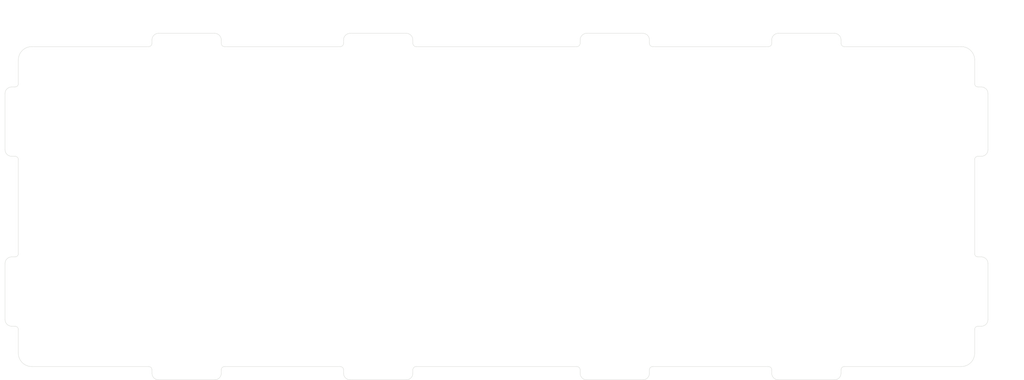
<source format=kicad_pcb>
(kicad_pcb (version 20211014) (generator pcbnew)

  (general
    (thickness 1.6)
  )

  (paper "A3")
  (layers
    (0 "F.Cu" signal)
    (31 "B.Cu" signal)
    (32 "B.Adhes" user "B.Adhesive")
    (33 "F.Adhes" user "F.Adhesive")
    (34 "B.Paste" user)
    (35 "F.Paste" user)
    (36 "B.SilkS" user "B.Silkscreen")
    (37 "F.SilkS" user "F.Silkscreen")
    (38 "B.Mask" user)
    (39 "F.Mask" user)
    (40 "Dwgs.User" user "User.Drawings")
    (41 "Cmts.User" user "User.Comments")
    (42 "Eco1.User" user "User.Eco1")
    (43 "Eco2.User" user "User.Eco2")
    (44 "Edge.Cuts" user)
    (45 "Margin" user)
    (46 "B.CrtYd" user "B.Courtyard")
    (47 "F.CrtYd" user "F.Courtyard")
    (48 "B.Fab" user)
    (49 "F.Fab" user)
    (50 "User.1" user)
    (51 "User.2" user)
    (52 "User.3" user)
    (53 "User.4" user)
    (54 "User.5" user)
    (55 "User.6" user)
    (56 "User.7" user)
    (57 "User.8" user)
    (58 "User.9" user)
  )

  (setup
    (pad_to_mask_clearance 0)
    (grid_origin 70 90)
    (pcbplotparams
      (layerselection 0x00010fc_ffffffff)
      (disableapertmacros false)
      (usegerberextensions false)
      (usegerberattributes true)
      (usegerberadvancedattributes true)
      (creategerberjobfile true)
      (svguseinch false)
      (svgprecision 6)
      (excludeedgelayer true)
      (plotframeref false)
      (viasonmask false)
      (mode 1)
      (useauxorigin false)
      (hpglpennumber 1)
      (hpglpenspeed 20)
      (hpglpendiameter 15.000000)
      (dxfpolygonmode true)
      (dxfimperialunits true)
      (dxfusepcbnewfont true)
      (psnegative false)
      (psa4output false)
      (plotreference true)
      (plotvalue true)
      (plotinvisibletext false)
      (sketchpadsonfab false)
      (subtractmaskfromsilk false)
      (outputformat 1)
      (mirror false)
      (drillshape 1)
      (scaleselection 1)
      (outputdirectory "")
    )
  )

  (net 0 "")

  (gr_arc (start 188.4 187) (mid 188.692893 186.292893) (end 189.4 186) (layer "Edge.Cuts") (width 0.1) (tstamp 02069979-f9bd-41f6-9169-57f3c0f5fb04))
  (gr_line (start 110.100001 89) (end 110.100001 88) (layer "Edge.Cuts") (width 0.1) (tstamp 02be2094-fd60-4d2f-9ad9-43f982c1e650))
  (gr_arc (start 189.4 90) (mid 188.692893 89.707107) (end 188.4 89) (layer "Edge.Cuts") (width 0.1) (tstamp 07370b27-158a-4455-a1fb-45de038393a4))
  (gr_line (start 238.6 89) (end 238.6 88) (layer "Edge.Cuts") (width 0.1) (tstamp 0a0f6362-30e6-4db2-9526-2085fb95549a))
  (gr_line (start 240.6 86) (end 257.400001 85.999999) (layer "Edge.Cuts") (width 0.1) (tstamp 0b33913f-a269-4423-a72a-0abda16c39c2))
  (gr_line (start 130.9 187) (end 130.9 188) (layer "Edge.Cuts") (width 0.1) (tstamp 0d2827ea-0742-4e88-a927-edb6d721c758))
  (gr_line (start 257.4 190) (end 240.6 190) (layer "Edge.Cuts") (width 0.1) (tstamp 134b5986-ced0-46b1-9aeb-7b0a88d736e9))
  (gr_arc (start 238.6 89) (mid 238.307107 89.707107) (end 237.6 90) (layer "Edge.Cuts") (width 0.1) (tstamp 17dc76c7-895d-4e9e-9fac-5e93c95b35e7))
  (gr_arc (start 66 155.1) (mid 66.585786 153.685786) (end 68 153.1) (layer "Edge.Cuts") (width 0.1) (tstamp 183e5084-c610-4409-92da-44674da51391))
  (gr_arc (start 109.1 186) (mid 109.807107 186.292893) (end 110.1 187) (layer "Edge.Cuts") (width 0.1) (tstamp 1c0555d5-32e2-447f-be14-773a8e931a01))
  (gr_arc (start 110.100001 89) (mid 109.807108 89.707107) (end 109.100001 90) (layer "Edge.Cuts") (width 0.1) (tstamp 1de199df-3064-4e39-b18b-2aa0a1c37e41))
  (gr_arc (start 259.4 188) (mid 258.814214 189.414214) (end 257.4 190) (layer "Edge.Cuts") (width 0.1) (tstamp 1e64a5b1-229a-4e5c-8076-f4e8ff6256d4))
  (gr_arc (start 68 173.9) (mid 66.585786 173.314214) (end 66 171.9) (layer "Edge.Cuts") (width 0.1) (tstamp 2079b6f5-c429-46ef-9aff-ea5a1cb1608f))
  (gr_line (start 130.900001 87.999999) (end 130.900001 88.999999) (layer "Edge.Cuts") (width 0.1) (tstamp 233310b4-2758-4797-8026-b8e5fc52d590))
  (gr_line (start 361 155.1) (end 361 171.9) (layer "Edge.Cuts") (width 0.1) (tstamp 2374870c-11fc-463e-88c6-ac441ae01a16))
  (gr_arc (start 296.1 88) (mid 296.685786 86.585786) (end 298.1 86) (layer "Edge.Cuts") (width 0.1) (tstamp 23bdf971-6ebb-4c89-bdec-c5f9f3c410d8))
  (gr_arc (start 188.4 188) (mid 187.814214 189.414214) (end 186.4 190) (layer "Edge.Cuts") (width 0.1) (tstamp 25729204-7847-4c63-8a01-ca92bb1de211))
  (gr_arc (start 260.400001 89.999999) (mid 259.692894 89.707106) (end 259.400001 88.999999) (layer "Edge.Cuts") (width 0.1) (tstamp 26ff0811-7121-4758-b566-b0a426e671c6))
  (gr_line (start 110.1 188) (end 110.1 187) (layer "Edge.Cuts") (width 0.1) (tstamp 2c039184-bd2b-412d-af2b-7d90b8d24493))
  (gr_arc (start 169.6 190) (mid 168.185786 189.414214) (end 167.6 188) (layer "Edge.Cuts") (width 0.1) (tstamp 2d86545d-effc-4895-8262-094e0e584150))
  (gr_arc (start 357 174.9) (mid 357.292893 174.192893) (end 358 173.9) (layer "Edge.Cuts") (width 0.1) (tstamp 32c46e30-7a85-4e74-934c-f0141347bba2))
  (gr_line (start 74 186) (end 109.1 186) (layer "Edge.Cuts") (width 0.1) (tstamp 36765fce-2a29-47ff-8d82-3087f9d38e30))
  (gr_line (start 131.9 186) (end 166.6 186) (layer "Edge.Cuts") (width 0.1) (tstamp 3eb7b302-767b-4af9-a40e-766af61fd103))
  (gr_arc (start 295.1 186) (mid 295.807107 186.292893) (end 296.1 187) (layer "Edge.Cuts") (width 0.1) (tstamp 40970f5f-3d3b-482b-be52-49ecf4d62f9d))
  (gr_arc (start 314.9 86) (mid 316.314214 86.585786) (end 316.9 88) (layer "Edge.Cuts") (width 0.1) (tstamp 41617254-842e-4826-8eba-d20eb2341e9b))
  (gr_line (start 167.6 188) (end 167.6 187) (layer "Edge.Cuts") (width 0.1) (tstamp 42529937-07e7-472e-ac82-336cf5a05677))
  (gr_line (start 189.4 90) (end 237.6 90) (layer "Edge.Cuts") (width 0.1) (tstamp 42ae3432-4ed7-4a5d-9550-190ec440bbf1))
  (gr_arc (start 69 173.9) (mid 69.707107 174.192893) (end 70 174.9) (layer "Edge.Cuts") (width 0.1) (tstamp 44309df4-c2d5-46dc-a52d-100dc878143b))
  (gr_line (start 167.600001 89) (end 167.600001 88) (layer "Edge.Cuts") (width 0.1) (tstamp 44e59e3f-abea-414e-8a12-a253fac94483))
  (gr_arc (start 68 122.9) (mid 66.585786 122.314214) (end 66 120.9) (layer "Edge.Cuts") (width 0.1) (tstamp 450bfbfe-55ea-458d-84d6-10badb782462))
  (gr_line (start 296.1 89) (end 296.1 88) (layer "Edge.Cuts") (width 0.1) (tstamp 46bb91c5-8239-4b1e-8452-8a1903e2979c))
  (gr_arc (start 110.100001 88) (mid 110.685786 86.585785) (end 112.100001 86) (layer "Edge.Cuts") (width 0.1) (tstamp 4918f682-66c8-4b2e-b553-10dfdce7f2dd))
  (gr_arc (start 167.600001 89) (mid 167.307108 89.707107) (end 166.600001 90) (layer "Edge.Cuts") (width 0.1) (tstamp 49a3013c-81a7-4a1a-b032-479324c8215b))
  (gr_line (start 69 122.9) (end 68 122.9) (layer "Edge.Cuts") (width 0.1) (tstamp 4c9128c5-4e66-4872-905d-7358c2bfd848))
  (gr_arc (start 130.9 188) (mid 130.314214 189.414214) (end 128.9 190) (layer "Edge.Cuts") (width 0.1) (tstamp 4e17dc91-4500-4eb9-ad6a-4f2058af6d12))
  (gr_line (start 316.9 187) (end 316.9 188) (layer "Edge.Cuts") (width 0.1) (tstamp 54a154e6-a4d1-4706-a442-5a354ee8e028))
  (gr_arc (start 66 104.1) (mid 66.585786 102.685786) (end 68 102.1) (layer "Edge.Cuts") (width 0.1) (tstamp 58956415-360b-40f7-803b-b6f3cb064aa6))
  (gr_line (start 70 94) (end 70 101.1) (layer "Edge.Cuts") (width 0.1) (tstamp 5a186585-adac-4d2a-a473-4b316305a84f))
  (gr_line (start 189.4 186) (end 237.6 186) (layer "Edge.Cuts") (width 0.1) (tstamp 5aa12f72-a964-49cb-9097-739a00fb5f23))
  (gr_line (start 66 171.9) (end 66 155.1) (layer "Edge.Cuts") (width 0.1) (tstamp 5f762008-5fc4-4fcf-aa24-1f4da0e88cf2))
  (gr_line (start 357 174.9) (end 357 182) (layer "Edge.Cuts") (width 0.1) (tstamp 60e48e82-2c33-4894-89ef-c455da10f95b))
  (gr_arc (start 298.1 190) (mid 296.685786 189.414214) (end 296.1 188) (layer "Edge.Cuts") (width 0.1) (tstamp 69d7f423-d15a-4385-83b6-3ba4322dfe0a))
  (gr_line (start 358 153.1) (end 359 153.1) (layer "Edge.Cuts") (width 0.1) (tstamp 6a0a650d-cd70-4403-9244-b8d886209eb2))
  (gr_arc (start 296.1 89) (mid 295.807107 89.707107) (end 295.1 90) (layer "Edge.Cuts") (width 0.1) (tstamp 6a8b34e3-ef32-40ec-ad4f-2e5285dd56ee))
  (gr_line (start 131.900001 89.999999) (end 166.600001 90) (layer "Edge.Cuts") (width 0.1) (tstamp 71840d44-a25c-4b81-850a-be68d0921519))
  (gr_arc (start 70 101.1) (mid 69.707107 101.807107) (end 69 102.1) (layer "Edge.Cuts") (width 0.1) (tstamp 77ee3380-9800-452b-bc82-4ad07086ed47))
  (gr_line (start 361 104.1) (end 361 120.9) (layer "Edge.Cuts") (width 0.1) (tstamp 7a4f3b42-17f6-4af5-b479-f9a6b8421e2f))
  (gr_arc (start 237.6 186) (mid 238.307107 186.292893) (end 238.6 187) (layer "Edge.Cuts") (width 0.1) (tstamp 7bc9c4d2-4575-4320-ba58-9b6d80b3e1d6))
  (gr_arc (start 70 152.1) (mid 69.707107 152.807107) (end 69 153.1) (layer "Edge.Cuts") (width 0.1) (tstamp 7e1894aa-524b-4928-89f3-33a9f1b06a34))
  (gr_arc (start 357 182) (mid 355.828427 184.828427) (end 353 186) (layer "Edge.Cuts") (width 0.1) (tstamp 8401c493-7b61-4477-a520-d28a456af5bd))
  (gr_line (start 68 153.1) (end 69 153.1) (layer "Edge.Cuts") (width 0.1) (tstamp 84a60eb7-08cd-4730-820a-89e13a3bc331))
  (gr_line (start 260.400001 89.999999) (end 295.1 90) (layer "Edge.Cuts") (width 0.1) (tstamp 8d56a360-ef51-4ec5-91fc-9d7a026178bc))
  (gr_arc (start 361 171.9) (mid 360.414214 173.314214) (end 359 173.9) (layer "Edge.Cuts") (width 0.1) (tstamp 8e96b309-954f-4098-92b8-9aa6e7f48e4e))
  (gr_line (start 188.4 187) (end 188.4 188) (layer "Edge.Cuts") (width 0.1) (tstamp 967bfeed-2813-44dd-9fee-49956e90d0d5))
  (gr_line (start 295.1 186) (end 260.4 186) (layer "Edge.Cuts") (width 0.1) (tstamp 979637dd-61bf-47b7-8600-587950272c2d))
  (gr_arc (start 186.4 86) (mid 187.814214 86.585786) (end 188.4 88) (layer "Edge.Cuts") (width 0.1) (tstamp 9a33e707-3d02-4b6c-b22b-af28f510f742))
  (gr_line (start 259.4 187) (end 259.4 188) (layer "Edge.Cuts") (width 0.1) (tstamp 9c682250-07b9-4144-9daa-9b81994f9b47))
  (gr_line (start 296.1 188) (end 296.1 187) (layer "Edge.Cuts") (width 0.1) (tstamp a0d7c218-3bd5-4355-a141-4759608102bf))
  (gr_line (start 70 182) (end 70 174.9) (layer "Edge.Cuts") (width 0.1) (tstamp a5335946-94ad-4c94-9677-0434d0aaa50e))
  (gr_line (start 69 173.9) (end 68 173.9) (layer "Edge.Cuts") (width 0.1) (tstamp a685766f-022d-4247-b1ef-1c20b2c1656f))
  (gr_line (start 109.100001 90) (end 74 90) (layer "Edge.Cuts") (width 0.1) (tstamp a6d7f9c6-9504-4931-812e-d87c7d38a45c))
  (gr_line (start 238.6 188) (end 238.6 187) (layer "Edge.Cuts") (width 0.1) (tstamp a7114714-8796-4342-8284-995951669523))
  (gr_arc (start 361 120.9) (mid 360.414214 122.314214) (end 359 122.9) (layer "Edge.Cuts") (width 0.1) (tstamp a8caf2a8-178b-4529-8abb-a4feaf9e0433))
  (gr_arc (start 238.6 88) (mid 239.185786 86.585786) (end 240.6 86) (layer "Edge.Cuts") (width 0.1) (tstamp ac74f19f-b57e-4530-9c61-d89c42b10fba))
  (gr_line (start 317.9 90) (end 353 90) (layer "Edge.Cuts") (width 0.1) (tstamp ae505743-be72-45b8-b2bd-c0fe8721b3e7))
  (gr_line (start 298.1 86) (end 314.9 86) (layer "Edge.Cuts") (width 0.1) (tstamp b27423b0-e54c-439c-9f30-3bc1ff857013))
  (gr_arc (start 357 123.9) (mid 357.292893 123.192893) (end 358 122.9) (layer "Edge.Cuts") (width 0.1) (tstamp b2f83140-8e44-4d0e-8e16-c34326c59fcf))
  (gr_line (start 188.4 88) (end 188.4 89) (layer "Edge.Cuts") (width 0.1) (tstamp b86f27ad-7fa5-4eb4-bae5-6af48cdfb3bf))
  (gr_line (start 316.9 88) (end 316.9 89) (layer "Edge.Cuts") (width 0.1) (tstamp b8c5d1c5-b2f6-4c6e-976b-f0dca3f0cfe7))
  (gr_line (start 70 123.9) (end 70 152.1) (layer "Edge.Cuts") (width 0.1) (tstamp b9807e39-90ef-488a-acad-78b2a90b94d4))
  (gr_arc (start 130.9 187) (mid 131.192893 186.292893) (end 131.9 186) (layer "Edge.Cuts") (width 0.1) (tstamp ba24a821-97d7-46aa-8988-96e6dcf98f28))
  (gr_line (start 128.9 190) (end 112.1 190) (layer "Edge.Cuts") (width 0.1) (tstamp bea15ed9-c434-41ec-96a9-94baf403a0de))
  (gr_arc (start 69 122.9) (mid 69.707107 123.192893) (end 70 123.9) (layer "Edge.Cuts") (width 0.1) (tstamp c0e792a0-d8a3-464e-b4fc-a9e73918ab38))
  (gr_arc (start 70 94) (mid 71.171573 91.171573) (end 74 90) (layer "Edge.Cuts") (width 0.1) (tstamp c159871a-ca3a-41bc-bf95-c2c388cdcd86))
  (gr_arc (start 74 186) (mid 71.171573 184.828427) (end 70 182) (layer "Edge.Cuts") (width 0.1) (tstamp c5f7f66e-74c2-4f1f-a1c2-08b3d9f29801))
  (gr_arc (start 358 153.1) (mid 357.292893 152.807107) (end 357 152.1) (layer "Edge.Cuts") (width 0.1) (tstamp c65d6a87-62dd-401a-aab0-a886453ef3d1))
  (gr_line (start 359 122.9) (end 358 122.9) (layer "Edge.Cuts") (width 0.1) (tstamp c727b697-06f1-4cd0-82b4-9c4e8f30ec69))
  (gr_arc (start 316.9 187) (mid 317.192893 186.292893) (end 317.9 186) (layer "Edge.Cuts") (width 0.1) (tstamp c895a3e1-14d8-494c-bc64-d1f16ec701af))
  (gr_arc (start 131.900001 89.999999) (mid 131.192894 89.707106) (end 130.900001 88.999999) (layer "Edge.Cuts") (width 0.1) (tstamp c961f164-8bfd-48fd-adc7-cf96249a6d56))
  (gr_arc (start 353 90) (mid 355.828427 91.171573) (end 357 94) (layer "Edge.Cuts") (width 0.1) (tstamp ca5f0f08-e1f5-49ae-995d-705c2720fb88))
  (gr_arc (start 316.9 188) (mid 316.314214 189.414214) (end 314.9 190) (layer "Edge.Cuts") (width 0.1) (tstamp cac9ebb1-d631-431e-854c-e55834eca2c5))
  (gr_line (start 66 120.9) (end 66 104.1) (layer "Edge.Cuts") (width 0.1) (tstamp cc05f380-f56b-4aa0-90b3-5512a23ad933))
  (gr_arc (start 128.900001 85.999999) (mid 130.314215 86.585785) (end 130.900001 87.999999) (layer "Edge.Cuts") (width 0.1) (tstamp d0edba5d-8ba6-4116-9fab-35e82e8f8f28))
  (gr_line (start 314.9 190) (end 298.1 190) (layer "Edge.Cuts") (width 0.1) (tstamp d185e0b9-9d7e-45fd-9ac0-ce94d78f1c68))
  (gr_line (start 357 123.9) (end 357 152.1) (layer "Edge.Cuts") (width 0.1) (tstamp d1eca865-05c5-48a4-96cf-ed5f8a640e25))
  (gr_line (start 68 102.1) (end 69 102.1) (layer "Edge.Cuts") (width 0.1) (tstamp d2aae435-15fc-4d19-a655-b13519460067))
  (gr_arc (start 317.9 90) (mid 317.192893 89.707107) (end 316.9 89) (layer "Edge.Cuts") (width 0.1) (tstamp d2f12483-ee7b-45e4-b355-a5ba784f59ff))
  (gr_line (start 359 173.9) (end 358 173.9) (layer "Edge.Cuts") (width 0.1) (tstamp d40a0849-9bf5-4abc-abb3-327902fe2604))
  (gr_arc (start 257.400001 85.999999) (mid 258.814215 86.585785) (end 259.400001 87.999999) (layer "Edge.Cuts") (width 0.1) (tstamp d5f3dda9-cb3e-4485-86a5-2024bbe7ba58))
  (gr_arc (start 359 153.1) (mid 360.414214 153.685786) (end 361 155.1) (layer "Edge.Cuts") (width 0.1) (tstamp d8ad99b9-daf0-4838-b76a-b802be4c00bd))
  (gr_arc (start 167.600001 88) (mid 168.185787 86.585786) (end 169.600001 86) (layer "Edge.Cuts") (width 0.1) (tstamp dc9ee279-0886-4372-a429-bd19c8e8b6ec))
  (gr_arc (start 112.1 190) (mid 110.685786 189.414214) (end 110.1 188) (layer "Edge.Cuts") (width 0.1) (tstamp dd9d184c-dc56-421d-a116-807853fed34f))
  (gr_line (start 186.4 190) (end 169.6 190) (layer "Edge.Cuts") (width 0.1) (tstamp de9c7f57-1312-4a88-b00b-ea89f34955d1))
  (gr_line (start 358 102.1) (end 359 102.1) (layer "Edge.Cuts") (width 0.1) (tstamp dfc41876-c0a5-42d5-ac2e-579c381f3030))
  (gr_line (start 112.100001 86) (end 128.900001 85.999999) (layer "Edge.Cuts") (width 0.1) (tstamp dfe4e594-71d0-4e60-a1dd-281d26486b25))
  (gr_line (start 353 186) (end 317.9 186) (layer "Edge.Cuts") (width 0.1) (tstamp e35e9b53-38e7-4ce0-86ad-36addafde403))
  (gr_arc (start 358 102.1) (mid 357.292893 101.807107) (end 357 101.1) (layer "Edge.Cuts") (width 0.1) (tstamp ea1f67da-3a17-4e5b-ab3b-83aa621211f9))
  (gr_line (start 169.600001 86) (end 186.4 86) (layer "Edge.Cuts") (width 0.1) (tstamp ef80188e-2c34-4bb0-b9de-9df20d0b852a))
  (gr_arc (start 359 102.1) (mid 360.414214 102.685786) (end 361 104.1) (layer "Edge.Cuts") (width 0.1) (tstamp f29d2a8c-a73d-4764-8d38-e5a2a07979ff))
  (gr_arc (start 240.6 190) (mid 239.185786 189.414214) (end 238.6 188) (layer "Edge.Cuts") (width 0.1) (tstamp f8dd39b1-54f8-40ac-9a5f-5937322f395c))
  (gr_line (start 357 94) (end 357 101.1) (layer "Edge.Cuts") (width 0.1) (tstamp f962dd8f-834c-4bae-97da-69146ecfdff3))
  (gr_arc (start 166.6 186) (mid 167.307107 186.292893) (end 167.6 187) (layer "Edge.Cuts") (width 0.1) (tstamp fad79a33-dec4-4b15-a6fe-3a65c5cd5d63))
  (gr_arc (start 259.4 187) (mid 259.692893 186.292893) (end 260.4 186) (layer "Edge.Cuts") (width 0.1) (tstamp fe3caf77-af50-47bb-8634-3b8fb9e6f490))
  (gr_line (start 259.400001 87.999999) (end 259.400001 88.999999) (layer "Edge.Cuts") (width 0.1) (tstamp fe78f5dc-7887-409b-ada0-68f32a7090f1))
  (gr_circle (center 199.2 137.7) (end 201.7 137.7) (layer "User.3") (width 0.15) (fill none) (tstamp 2a6ee718-8cdf-4fa6-be7c-8fe885d98fd7))
  (gr_circle (center 96.2 118.6) (end 98.7 118.6) (layer "User.3") (width 0.15) (fill none) (tstamp 433391fc-e6f5-4064-b65f-ff89a4ee71ab))
  (gr_circle (center 330.9 118.6) (end 333.4 118.6) (layer "User.3") (width 0.15) (fill none) (tstamp 59501395-780b-47e4-8967-9f965674a799))
  (gr_rect (start 84 89.5) (end 96 97.5) (layer "User.3") (width 0.15) (fill none) (tstamp c611cb70-fc05-4942-9819-f9adc1a6d7d1))
  (gr_line (start 66 123) (end 361 123) (layer "User.4") (width 0.15) (tstamp 08951e2e-e432-4102-a60c-27f5e2b5da31))
  (gr_line (start 67 174) (end 361 174) (layer "User.4") (width 0.15) (tstamp 096b0721-59af-4069-b366-cbe5ada38e92))
  (gr_line (start 357 123) (end 357 102) (layer "User.4") (width 0.15) (tstamp 1b6b3222-c6c5-49c9-9c30-2679be89814e))
  (gr_line (start 188.5 86) (end 188.5 190) (layer "User.4") (width 0.15) (tstamp 23133abe-63f6-4718-9f66-696cfc78619f))
  (gr_line (start 70 102) (end 70 123) (layer "User.4") (width 0.15) (tstamp 29779332-69a9-4411-a3b9-d8914d52a0c5))
  (gr_line (start 66 86) (end 361 86) (layer "User.4") (width 0.15) (tstamp 30840775-c932-4bee-84bb-b044c38976f4))
  (gr_line (start 66 153) (end 361 153) (layer "User.4") (width 0.15) (tstamp 514d3f45-61a1-48a9-afbd-4b547771c130))
  (gr_line (start 296 86) (end 296 190) (layer "User.4") (width 0.15) (tstamp 526b57b0-b37b-483d-9fc8-5f845ac22fbb))
  (gr_line (start 167.5 86) (end 167.5 190) (layer "User.4") (width 0.15) (tstamp 5536691c-6c8c-4639-845d-8cf854e48c9d))
  (gr_line (start 66 190) (end 361 190) (layer "User.4") (width 0.15) (tstamp 6b110e37-f5d7-4072-8d90-02884c682453))
  (gr_line (start 361 86) (end 361 190) (layer "User.4") (width 0.15) (tstamp 6e2411cd-fd67-4be2-b1a3-b3e54de4894a))
  (gr_line (start 131 86) (end 131 190) (layer "User.4") (width 0.15) (tstamp 82eb6e6a-a941-46fc-8582-89e370448a6e))
  (gr_line (start 110 86) (end 110 190) (layer "User.4") (width 0.15) (tstamp 9c13bc04-6c55-4fe1-abf9-4cf52a065eec))
  (gr_line (start 317 86) (end 317 190) (layer "User.4") (width 0.15) (tstamp b1450e74-ecbb-4d6d-9ef5-d92ccad7f822))
  (gr_line (start 238.5 86) (end 238.5 190) (layer "User.4") (width 0.15) (tstamp b8140339-f92f-4b10-a8fa-5d3eb2d4be7f))
  (gr_line (start 66 102) (end 361 102) (layer "User.4") (width 0.15) (tstamp daba89f3-6c44-47ca-98b6-b48b0016898f))
  (gr_line (start 66 86) (end 66 190) (layer "User.4") (width 0.15) (tstamp dff2e541-284e-4f6d-acdd-7cc2bf025a45))
  (gr_line (start 259.5 86) (end 259.5 190) (layer "User.4") (width 0.15) (tstamp e406acf3-684f-44c3-8399-d28232d0eb80))
  (dimension (type aligned) (layer "Cmts.User") (tstamp 0231c1b6-3d45-4ebe-af3a-cca5ee71a71e)
    (pts (xy 361 90) (xy 361 102))
    (height -4)
    (gr_text "12.00 mm" (at 363.85 96 90) (layer "Cmts.User") (tstamp 0231c1b6-3d45-4ebe-af3a-cca5ee71a71e)
      (effects (font (size 1 1) (thickness 0.15)))
    )
    (format (units 3) (units_format 1) (precision 2))
    (style (thickness 0.15) (arrow_length 1.27) (text_position_mode 0) (extension_height 0.58642) (extension_offset 0.5) keep_text_aligned)
  )
  (dimension (type aligned) (layer "Cmts.User") (tstamp 0622dcc7-1b78-4e04-a667-c6a05d554ed7)
    (pts (xy 330.9 118.6) (xy 330.9 90))
    (height 0)
    (gr_text "28.60 mm" (at 329.75 104.3 90) (layer "Cmts.User") (tstamp 0622dcc7-1b78-4e04-a667-c6a05d554ed7)
      (effects (font (size 1 1) (thickness 0.15)))
    )
    (format (units 3) (units_format 1) (precision 2))
    (style (thickness 0.15) (arrow_length 1.27) (text_position_mode 0) (extension_height 0.58642) (extension_offset 0.5) keep_text_aligned)
  )
  (dimension (type aligned) (layer "Cmts.User") (tstamp 06b4f7d2-be60-4162-a8c2-2585ea4b7cb3)
    (pts (xy 259.5 86) (xy 238.5 86))
    (height 4.499999)
    (gr_text "21.00 mm" (at 249 80.350001) (layer "Cmts.User") (tstamp 06b4f7d2-be60-4162-a8c2-2585ea4b7cb3)
      (effects (font (size 1 1) (thickness 0.15)))
    )
    (format (units 3) (units_format 1) (precision 2))
    (style (thickness 0.15) (arrow_length 1.27) (text_position_mode 0) (extension_height 0.58642) (extension_offset 0.5) keep_text_aligned)
  )
  (dimension (type aligned) (layer "Cmts.User") (tstamp 225f7e69-b9a5-4fbd-9ddb-9021f6d290c3)
    (pts (xy 362 190) (xy 362 186))
    (height 3)
    (gr_text "4.00 mm" (at 363.85 188 90) (layer "Cmts.User") (tstamp 225f7e69-b9a5-4fbd-9ddb-9021f6d290c3)
      (effects (font (size 1 1) (thickness 0.15)))
    )
    (format (units 3) (units_format 1) (precision 2))
    (style (thickness 0.15) (arrow_length 1.27) (text_position_mode 0) (extension_height 0.58642) (extension_offset 0.5) keep_text_aligned)
  )
  (dimension (type aligned) (layer "Cmts.User") (tstamp 31959283-2eba-44a6-b213-87d4ded9f599)
    (pts (xy 70 86.5) (xy 110 86.5))
    (height -4.5)
    (gr_text "40.00 mm" (at 90 80.85) (layer "Cmts.User") (tstamp 31959283-2eba-44a6-b213-87d4ded9f599)
      (effects (font (size 1 1) (thickness 0.15)))
    )
    (format (units 3) (units_format 1) (precision 2))
    (style (thickness 0.15) (arrow_length 1.27) (text_position_mode 0) (extension_height 0.58642) (extension_offset 0.5) keep_text_aligned)
  )
  (dimension (type aligned) (layer "Cmts.User") (tstamp 3cbb184a-f234-407b-9174-d026edde4a38)
    (pts (xy 357 90) (xy 357 186))
    (height -12)
    (gr_text "96.00 mm" (at 367.85 138 90) (layer "Cmts.User") (tstamp 3cbb184a-f234-407b-9174-d026edde4a38)
      (effects (font (size 1 1) (thickness 0.15)))
    )
    (format (units 3) (units_format 1) (precision 2))
    (style (thickness 0.15) (arrow_length 1.27) (text_position_mode 0) (extension_height 0.58642) (extension_offset 0.5) keep_text_aligned)
  )
  (dimension (type aligned) (layer "Cmts.User") (tstamp 41689e0e-9e2d-44ed-b8ff-e32b7c913d3c)
    (pts (xy 188.5 86) (xy 238.5 86))
    (height -4)
    (gr_text "50.00 mm" (at 213.5 80.85) (layer "Cmts.User") (tstamp 41689e0e-9e2d-44ed-b8ff-e32b7c913d3c)
      (effects (font (size 1 1) (thickness 0.15)))
    )
    (format (units 3) (units_format 1) (precision 2))
    (style (thickness 0.15) (arrow_length 1.27) (text_position_mode 0) (extension_height 0.58642) (extension_offset 0.5) keep_text_aligned)
  )
  (dimension (type aligned) (layer "Cmts.User") (tstamp 4e7e4d29-aa8c-418c-8760-78f6b9dce5bb)
    (pts (xy 259.5 86) (xy 296 86))
    (height -4)
    (gr_text "36.50 mm" (at 277.75 80.85) (layer "Cmts.User") (tstamp 4e7e4d29-aa8c-418c-8760-78f6b9dce5bb)
      (effects (font (size 1 1) (thickness 0.15)))
    )
    (format (units 3) (units_format 1) (precision 2))
    (style (thickness 0.15) (arrow_length 1.27) (text_position_mode 0) (extension_height 0.58642) (extension_offset 0.5) keep_text_aligned)
  )
  (dimension (type aligned) (layer "Cmts.User") (tstamp 50142aa3-3c68-416b-a1f2-8d9740d8779a)
    (pts (xy 66 90) (xy 70 90))
    (height -8)
    (gr_text "4.00 mm" (at 68 80.85) (layer "Cmts.User") (tstamp 50142aa3-3c68-416b-a1f2-8d9740d8779a)
      (effects (font (size 1 1) (thickness 0.15)))
    )
    (format (units 3) (units_format 1) (precision 2))
    (style (thickness 0.15) (arrow_length 1.27) (text_position_mode 0) (extension_height 0.58642) (extension_offset 0.5) keep_text_aligned)
  )
  (dimension (type aligned) (layer "Cmts.User") (tstamp 5cd3c7aa-0e06-4154-903e-a46204afd367)
    (pts (xy 317 86.5) (xy 357 86.5))
    (height -4.5)
    (gr_text "40.00 mm" (at 337 80.85) (layer "Cmts.User") (tstamp 5cd3c7aa-0e06-4154-903e-a46204afd367)
      (effects (font (size 1 1) (thickness 0.15)))
    )
    (format (units 3) (units_format 1) (precision 2))
    (style (thickness 0.15) (arrow_length 1.27) (text_position_mode 0) (extension_height 0.58642) (extension_offset 0.5) keep_text_aligned)
  )
  (dimension (type aligned) (layer "Cmts.User") (tstamp 6e4bbe2c-1e2d-4539-b6d8-5d5edc57b4de)
    (pts (xy 357 90) (xy 70 90))
    (height 12)
    (gr_text "287.00 mm" (at 213.5 76.85) (layer "Cmts.User") (tstamp 6e4bbe2c-1e2d-4539-b6d8-5d5edc57b4de)
      (effects (font (size 1 1) (thickness 0.15)))
    )
    (format (units 3) (units_format 1) (precision 2))
    (style (thickness 0.15) (arrow_length 1.27) (text_position_mode 0) (extension_height 0.58642) (extension_offset 0.5) keep_text_aligned)
  )
  (dimension (type aligned) (layer "Cmts.User") (tstamp 71de5c5c-f9d4-4846-b4ed-512bbf279aae)
    (pts (xy 199.2 137.7) (xy 199.2 90))
    (height 0)
    (gr_text "47.70 mm" (at 198.05 113.85 90) (layer "Cmts.User") (tstamp 71de5c5c-f9d4-4846-b4ed-512bbf279aae)
      (effects (font (size 1 1) (thickness 0.15)))
    )
    (format (units 3) (units_format 1) (precision 2))
    (style (thickness 0.15) (arrow_length 1.27) (text_position_mode 0) (extension_height 0.58642) (extension_offset 0.5) keep_text_aligned)
  )
  (dimension (type aligned) (layer "Cmts.User") (tstamp 73a6a009-f337-4955-97a4-ef652363f668)
    (pts (xy 96.2 118.6) (xy 70 118.6))
    (height 0)
    (gr_text "26.20 mm" (at 83.1 117.45) (layer "Cmts.User") (tstamp 73a6a009-f337-4955-97a4-ef652363f668)
      (effects (font (size 1 1) (thickness 0.15)))
    )
    (format (units 3) (units_format 1) (precision 2))
    (style (thickness 0.15) (arrow_length 1.27) (text_position_mode 0) (extension_height 0.58642) (extension_offset 0.5) keep_text_aligned)
  )
  (dimension (type aligned) (layer "Cmts.User") (tstamp 7946af1f-9eee-419d-a005-a8e5097d31b4)
    (pts (xy 361 102) (xy 361 123))
    (height -4)
    (gr_text "21.00 mm" (at 363.85 112.5 90) (layer "Cmts.User") (tstamp 7946af1f-9eee-419d-a005-a8e5097d31b4)
      (effects (font (size 1 1) (thickness 0.15)))
    )
    (format (units 3) (units_format 1) (precision 2))
    (style (thickness 0.15) (arrow_length 1.27) (text_position_mode 0) (extension_height 0.58642) (extension_offset 0.5) keep_text_aligned)
  )
  (dimension (type aligned) (layer "Cmts.User") (tstamp 81cfec5d-a61f-4d07-85cc-b9ba5248b2d1)
    (pts (xy 361 153) (xy 361 174))
    (height -4)
    (gr_text "21.00 mm" (at 363.85 163.5 90) (layer "Cmts.User") (tstamp 81cfec5d-a61f-4d07-85cc-b9ba5248b2d1)
      (effects (font (size 1 1) (thickness 0.15)))
    )
    (format (units 3) (units_format 1) (precision 2))
    (style (thickness 0.15) (arrow_length 1.27) (text_position_mode 0) (extension_height 0.58642) (extension_offset 0.5) keep_text_aligned)
  )
  (dimension (type aligned) (layer "Cmts.User") (tstamp 89dc7f23-ac8d-4ccf-a836-107fd80333da)
    (pts (xy 362 90) (xy 362 86))
    (height 3)
    (gr_text "4.00 mm" (at 363.85 88 90) (layer "Cmts.User") (tstamp 89dc7f23-ac8d-4ccf-a836-107fd80333da)
      (effects (font (size 1 1) (thickness 0.15)))
    )
    (format (units 3) (units_format 1) (precision 2))
    (style (thickness 0.15) (arrow_length 1.27) (text_position_mode 0) (extension_height 0.58642) (extension_offset 0.5) keep_text_aligned)
  )
  (dimension (type aligned) (layer "Cmts.User") (tstamp 8f8e7df9-ebd4-4149-a71c-2a1b216fe3c1)
    (pts (xy 330.9 118.6) (xy 357 118.6))
    (height 0)
    (gr_text "26.10 mm" (at 343.95 117.45) (layer "Cmts.User") (tstamp 8f8e7df9-ebd4-4149-a71c-2a1b216fe3c1)
      (effects (font (size 1 1) (thickness 0.15)))
    )
    (format (units 3) (units_format 1) (precision 2))
    (style (thickness 0.15) (arrow_length 1.27) (text_position_mode 0) (extension_height 0.58642) (extension_offset 0.5) keep_text_aligned)
  )
  (dimension (type aligned) (layer "Cmts.User") (tstamp a7af308f-1866-48f2-8361-626517dae4a8)
    (pts (xy 188.5 86) (xy 167.5 86))
    (height 4.499999)
    (gr_text "21.00 mm" (at 178 80.350001) (layer "Cmts.User") (tstamp a7af308f-1866-48f2-8361-626517dae4a8)
      (effects (font (size 1 1) (thickness 0.15)))
    )
    (format (units 3) (units_format 1) (precision 2))
    (style (thickness 0.15) (arrow_length 1.27) (text_position_mode 0) (extension_height 0.58642) (extension_offset 0.5) keep_text_aligned)
  )
  (dimension (type aligned) (layer "Cmts.User") (tstamp bb57d0b4-0bcb-4041-ae10-bc1ac39c56b5)
    (pts (xy 357 90) (xy 361 90))
    (height -8)
    (gr_text "4.00 mm" (at 359 80.85) (layer "Cmts.User") (tstamp bb57d0b4-0bcb-4041-ae10-bc1ac39c56b5)
      (effects (font (size 1 1) (thickness 0.15)))
    )
    (format (units 3) (units_format 1) (precision 2))
    (style (thickness 0.15) (arrow_length 1.27) (text_position_mode 0) (extension_height 0.58642) (extension_offset 0.5) keep_text_aligned)
  )
  (dimension (type aligned) (layer "Cmts.User") (tstamp bc53214e-c35a-4232-aa65-7d7a85a50d5b)
    (pts (xy 199.2 137.7) (xy 70 137.7))
    (height 0)
    (gr_text "129.20 mm" (at 134.6 136.55) (layer "Cmts.User") (tstamp bc53214e-c35a-4232-aa65-7d7a85a50d5b)
      (effects (font (size 1 1) (thickness 0.15)))
    )
    (format (units 3) (units_format 1) (precision 2))
    (style (thickness 0.15) (arrow_length 1.27) (text_position_mode 0) (extension_height 0.58642) (extension_offset 0.5) keep_text_aligned)
  )
  (dimension (type aligned) (layer "Cmts.User") (tstamp bf2a8d26-1c89-4197-8f10-89f57f1a48ad)
    (pts (xy 361.5 123) (xy 361.5 153))
    (height -3.5)
    (gr_text "30.00 mm" (at 363.85 138 90) (layer "Cmts.User") (tstamp bf2a8d26-1c89-4197-8f10-89f57f1a48ad)
      (effects (font (size 1 1) (thickness 0.15)))
    )
    (format (units 3) (units_format 1) (precision 2))
    (style (thickness 0.15) (arrow_length 1.27) (text_position_mode 0) (extension_height 0.58642) (extension_offset 0.5) keep_text_aligned)
  )
  (dimension (type aligned) (layer "Cmts.User") (tstamp c61cfa6d-b892-47d8-bc1e-f3372fe6c2b6)
    (pts (xy 96.2 118.6) (xy 96.2 90))
    (height 0)
    (gr_text "28.60 mm" (at 95.05 104.3 90) (layer "Cmts.User") (tstamp c61cfa6d-b892-47d8-bc1e-f3372fe6c2b6)
      (effects (font (size 1 1) (thickness 0.15)))
    )
    (format (units 3) (units_format 1) (precision 2))
    (style (thickness 0.15) (arrow_length 1.27) (text_position_mode 0) (extension_height 0.58642) (extension_offset 0.5) keep_text_aligned)
  )
  (dimension (type aligned) (layer "Cmts.User") (tstamp cf382f30-728a-47ca-93f8-d621846f7090)
    (pts (xy 131 86) (xy 167.5 86))
    (height -4)
    (gr_text "36.50 mm" (at 149.25 80.85) (layer "Cmts.User") (tstamp cf382f30-728a-47ca-93f8-d621846f7090)
      (effects (font (size 1 1) (thickness 0.15)))
    )
    (format (units 3) (units_format 1) (precision 2))
    (style (thickness 0.15) (arrow_length 1.27) (text_position_mode 0) (extension_height 0.58642) (extension_offset 0.5) keep_text_aligned)
  )
  (dimension (type aligned) (layer "Cmts.User") (tstamp e31a83dd-64d1-4e6c-beb2-757b9ecaa4cb)
    (pts (xy 361 174) (xy 361 186))
    (height -4)
    (gr_text "12.00 mm" (at 363.85 180 90) (layer "Cmts.User") (tstamp e31a83dd-64d1-4e6c-beb2-757b9ecaa4cb)
      (effects (font (size 1 1) (thickness 0.15)))
    )
    (format (units 3) (units_format 1) (precision 2))
    (style (thickness 0.15) (arrow_length 1.27) (text_position_mode 0) (extension_height 0.58642) (extension_offset 0.5) keep_text_aligned)
  )
  (dimension (type aligned) (layer "Cmts.User") (tstamp f732b40a-567e-40bb-aef5-cd8039f838d6)
    (pts (xy 131 86) (xy 110 86))
    (height 4.499999)
    (gr_text "21.00 mm" (at 120.5 80.350001) (layer "Cmts.User") (tstamp f732b40a-567e-40bb-aef5-cd8039f838d6)
      (effects (font (size 1 1) (thickness 0.15)))
    )
    (format (units 3) (units_format 1) (precision 2))
    (style (thickness 0.15) (arrow_length 1.27) (text_position_mode 0) (extension_height 0.58642) (extension_offset 0.5) keep_text_aligned)
  )
  (dimension (type aligned) (layer "Cmts.User") (tstamp fd3e665e-4faf-4888-87b3-84b7f58127b7)
    (pts (xy 317 86) (xy 296 86))
    (height 4.499999)
    (gr_text "21.00 mm" (at 306.5 80.350001) (layer "Cmts.User") (tstamp fd3e665e-4faf-4888-87b3-84b7f58127b7)
      (effects (font (size 1 1) (thickness 0.15)))
    )
    (format (units 3) (units_format 1) (precision 2))
    (style (thickness 0.15) (arrow_length 1.27) (text_position_mode 0) (extension_height 0.58642) (extension_offset 0.5) keep_text_aligned)
  )
  (dimension (type aligned) (layer "User.2") (tstamp 06b0ca02-4a14-496f-82e2-1408a32e290b)
    (pts (xy 96 90) (xy 110 90))
    (height -2)
    (gr_text "14.00 mm" (at 103 86.85) (layer "User.2") (tstamp 06b0ca02-4a14-496f-82e2-1408a32e290b)
      (effects (font (size 1 1) (thickness 0.15)))
    )
    (format (units 3) (units_format 1) (precision 2))
    (style (thickness 0.15) (arrow_length 1.27) (text_position_mode 0) (extension_height 0.58642) (extension_offset 0.5) keep_text_aligned)
  )
  (dimension (type aligned) (layer "User.2") (tstamp 1cac57b3-8ceb-4b5c-91a1-05662a726783)
    (pts (xy 84 90) (xy 96 90))
    (height -2)
    (gr_text "12.00 mm" (at 90 86.85) (layer "User.2") (tstamp 1cac57b3-8ceb-4b5c-91a1-05662a726783)
      (effects (font (size 1 1) (thickness 0.15)))
    )
    (format (units 3) (units_format 1) (precision 2))
    (style (thickness 0.15) (arrow_length 1.27) (text_position_mode 0) (extension_height 0.58642) (extension_offset 0.5) keep_text_aligned)
  )
  (dimension (type aligned) (layer "User.2") (tstamp 4dab2867-b1d1-4cbb-b43a-711b0d2238e8)
    (pts (xy 84 102) (xy 84 97.5))
    (height -2)
    (gr_text "4.50 mm" (at 80.85 99.75 90) (layer "User.2") (tstamp 4dab2867-b1d1-4cbb-b43a-711b0d2238e8)
      (effects (font (size 1 1) (thickness 0.15)))
    )
    (format (units 3) (units_format 1) (precision 2))
    (style (thickness 0.15) (arrow_length 1.27) (text_position_mode 0) (extension_height 0.58642) (extension_offset 0.5) keep_text_aligned)
  )
  (dimension (type center) (layer "Cmts.User") (tstamp e4023f14-3e45-4693-bc9c-bae3d1f14b63)
    (pts (xy 213.5 138) (xy 213.5 140))
    (style (thickness 0.15) (arrow_length 1.27) (text_position_mode 0) (extension_offset 0.5) keep_text_aligned)
  )

)

</source>
